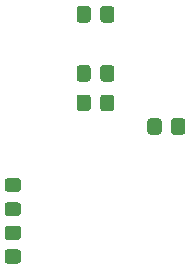
<source format=gtp>
G04 #@! TF.GenerationSoftware,KiCad,Pcbnew,5.1.9+dfsg1-1*
G04 #@! TF.CreationDate,2022-11-10T16:03:50+09:00*
G04 #@! TF.ProjectId,din-photocoupler,64696e2d-7068-46f7-946f-636f75706c65,rev?*
G04 #@! TF.SameCoordinates,Original*
G04 #@! TF.FileFunction,Paste,Top*
G04 #@! TF.FilePolarity,Positive*
%FSLAX46Y46*%
G04 Gerber Fmt 4.6, Leading zero omitted, Abs format (unit mm)*
G04 Created by KiCad (PCBNEW 5.1.9+dfsg1-1) date 2022-11-10 16:03:50*
%MOMM*%
%LPD*%
G01*
G04 APERTURE LIST*
G04 APERTURE END LIST*
G36*
G01*
X148450001Y-97575000D02*
X147549999Y-97575000D01*
G75*
G02*
X147300000Y-97325001I0J249999D01*
G01*
X147300000Y-96674999D01*
G75*
G02*
X147549999Y-96425000I249999J0D01*
G01*
X148450001Y-96425000D01*
G75*
G02*
X148700000Y-96674999I0J-249999D01*
G01*
X148700000Y-97325001D01*
G75*
G02*
X148450001Y-97575000I-249999J0D01*
G01*
G37*
G36*
G01*
X148450001Y-95525000D02*
X147549999Y-95525000D01*
G75*
G02*
X147300000Y-95275001I0J249999D01*
G01*
X147300000Y-94624999D01*
G75*
G02*
X147549999Y-94375000I249999J0D01*
G01*
X148450001Y-94375000D01*
G75*
G02*
X148700000Y-94624999I0J-249999D01*
G01*
X148700000Y-95275001D01*
G75*
G02*
X148450001Y-95525000I-249999J0D01*
G01*
G37*
G36*
G01*
X160600000Y-89549999D02*
X160600000Y-90450001D01*
G75*
G02*
X160350001Y-90700000I-249999J0D01*
G01*
X159649999Y-90700000D01*
G75*
G02*
X159400000Y-90450001I0J249999D01*
G01*
X159400000Y-89549999D01*
G75*
G02*
X159649999Y-89300000I249999J0D01*
G01*
X160350001Y-89300000D01*
G75*
G02*
X160600000Y-89549999I0J-249999D01*
G01*
G37*
G36*
G01*
X162600000Y-89549999D02*
X162600000Y-90450001D01*
G75*
G02*
X162350001Y-90700000I-249999J0D01*
G01*
X161649999Y-90700000D01*
G75*
G02*
X161400000Y-90450001I0J249999D01*
G01*
X161400000Y-89549999D01*
G75*
G02*
X161649999Y-89300000I249999J0D01*
G01*
X162350001Y-89300000D01*
G75*
G02*
X162600000Y-89549999I0J-249999D01*
G01*
G37*
G36*
G01*
X148450001Y-101600000D02*
X147549999Y-101600000D01*
G75*
G02*
X147300000Y-101350001I0J249999D01*
G01*
X147300000Y-100649999D01*
G75*
G02*
X147549999Y-100400000I249999J0D01*
G01*
X148450001Y-100400000D01*
G75*
G02*
X148700000Y-100649999I0J-249999D01*
G01*
X148700000Y-101350001D01*
G75*
G02*
X148450001Y-101600000I-249999J0D01*
G01*
G37*
G36*
G01*
X148450001Y-99600000D02*
X147549999Y-99600000D01*
G75*
G02*
X147300000Y-99350001I0J249999D01*
G01*
X147300000Y-98649999D01*
G75*
G02*
X147549999Y-98400000I249999J0D01*
G01*
X148450001Y-98400000D01*
G75*
G02*
X148700000Y-98649999I0J-249999D01*
G01*
X148700000Y-99350001D01*
G75*
G02*
X148450001Y-99600000I-249999J0D01*
G01*
G37*
G36*
G01*
X154600000Y-87549999D02*
X154600000Y-88450001D01*
G75*
G02*
X154350001Y-88700000I-249999J0D01*
G01*
X153649999Y-88700000D01*
G75*
G02*
X153400000Y-88450001I0J249999D01*
G01*
X153400000Y-87549999D01*
G75*
G02*
X153649999Y-87300000I249999J0D01*
G01*
X154350001Y-87300000D01*
G75*
G02*
X154600000Y-87549999I0J-249999D01*
G01*
G37*
G36*
G01*
X156600000Y-87549999D02*
X156600000Y-88450001D01*
G75*
G02*
X156350001Y-88700000I-249999J0D01*
G01*
X155649999Y-88700000D01*
G75*
G02*
X155400000Y-88450001I0J249999D01*
G01*
X155400000Y-87549999D01*
G75*
G02*
X155649999Y-87300000I249999J0D01*
G01*
X156350001Y-87300000D01*
G75*
G02*
X156600000Y-87549999I0J-249999D01*
G01*
G37*
G36*
G01*
X156600000Y-85049999D02*
X156600000Y-85950001D01*
G75*
G02*
X156350001Y-86200000I-249999J0D01*
G01*
X155649999Y-86200000D01*
G75*
G02*
X155400000Y-85950001I0J249999D01*
G01*
X155400000Y-85049999D01*
G75*
G02*
X155649999Y-84800000I249999J0D01*
G01*
X156350001Y-84800000D01*
G75*
G02*
X156600000Y-85049999I0J-249999D01*
G01*
G37*
G36*
G01*
X154600000Y-85049999D02*
X154600000Y-85950001D01*
G75*
G02*
X154350001Y-86200000I-249999J0D01*
G01*
X153649999Y-86200000D01*
G75*
G02*
X153400000Y-85950001I0J249999D01*
G01*
X153400000Y-85049999D01*
G75*
G02*
X153649999Y-84800000I249999J0D01*
G01*
X154350001Y-84800000D01*
G75*
G02*
X154600000Y-85049999I0J-249999D01*
G01*
G37*
G36*
G01*
X153400000Y-80950001D02*
X153400000Y-80049999D01*
G75*
G02*
X153649999Y-79800000I249999J0D01*
G01*
X154350001Y-79800000D01*
G75*
G02*
X154600000Y-80049999I0J-249999D01*
G01*
X154600000Y-80950001D01*
G75*
G02*
X154350001Y-81200000I-249999J0D01*
G01*
X153649999Y-81200000D01*
G75*
G02*
X153400000Y-80950001I0J249999D01*
G01*
G37*
G36*
G01*
X155400000Y-80950001D02*
X155400000Y-80049999D01*
G75*
G02*
X155649999Y-79800000I249999J0D01*
G01*
X156350001Y-79800000D01*
G75*
G02*
X156600000Y-80049999I0J-249999D01*
G01*
X156600000Y-80950001D01*
G75*
G02*
X156350001Y-81200000I-249999J0D01*
G01*
X155649999Y-81200000D01*
G75*
G02*
X155400000Y-80950001I0J249999D01*
G01*
G37*
M02*

</source>
